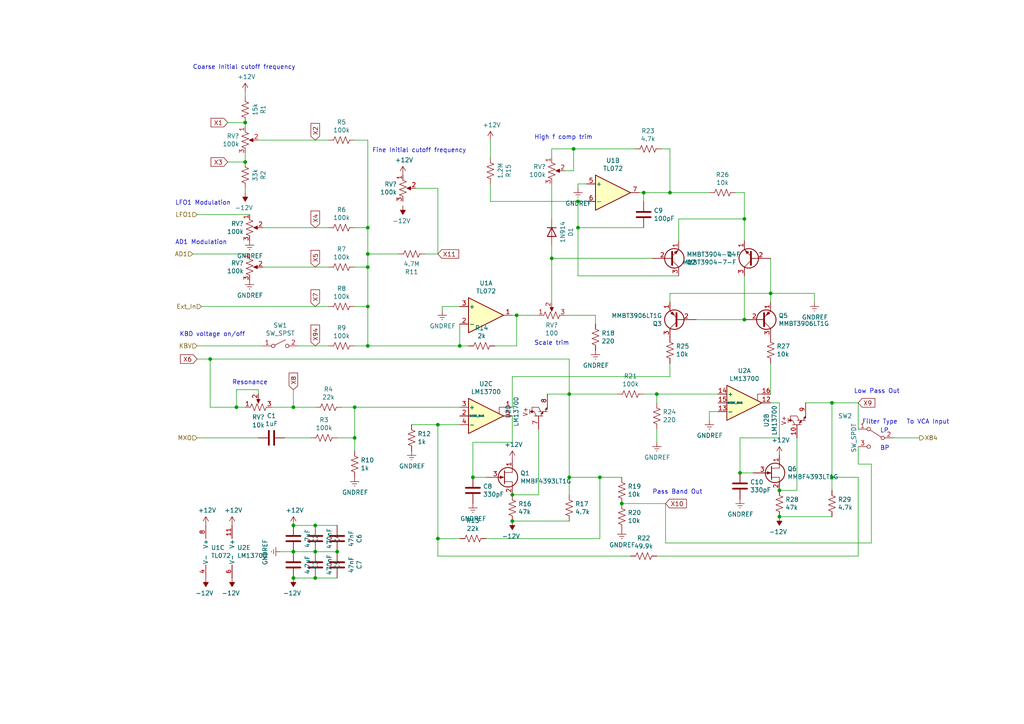
<source format=kicad_sch>
(kicad_sch (version 20230121) (generator eeschema)
  (paper "A4")
  (lib_symbols
    (symbol "Amplifier_Operational:LM13700" (pin_names (offset 0.127))
      (property "Reference" "U" (at 3.81 5.08 0))
      (property "Value" "LM13700" (at 5.08 -5.08 0))
      (symbol "LM13700_1_1"
        (polyline (pts (xy 3.81 -0.635) (xy 3.81 -2.54) (xy 5.08 -2.54)))
        (polyline (pts (xy 5.08 0) (xy -5.08 -5.08) (xy -5.08 5.08) (xy 5.08 0)) (stroke (width 0.254)) (fill (type background)))
        (pin output line (at 7.62 0 180) (length 2.54) (name "~") (number "12"))
        (pin input line (at -7.62 2.54 0) (length 2.54) (name "-") (number "13"))
        (pin input line (at -7.62 -2.54 0) (length 2.54) (name "+") (number "14"))
        (pin input line (at -7.62 0 0) (length 2.54) (name "DIODE_BIAS") (number "15"))
        (pin input line (at 7.62 -2.54 180) (length 2.54) (name "~") (number "16"))
      )
      (symbol "LM13700_2_0"
        (polyline (pts (xy -1.905 2.54) (xy -3.175 2.54)))
      )
      (symbol "LM13700_2_1"
        (circle (center -2.54 1.905) (radius 0.254) (stroke (width 0.254)) (fill (type outline)))
        (polyline (pts (xy -3.81 -0.635) (xy -2.54 -1.27)))
        (polyline (pts (xy -3.81 1.27) (xy -3.81 -1.27)))
        (polyline (pts (xy -2.54 -1.905) (xy -1.27 -2.54)))
        (polyline (pts (xy -2.54 0) (xy -2.54 -2.54)))
        (polyline (pts (xy -3.81 0.635) (xy -2.54 1.27) (xy -2.54 1.905) (xy -2.54 2.54)))
        (polyline (pts (xy -2.54 -1.27) (xy -3.175 -0.635) (xy -3.175 -1.27) (xy -2.54 -1.27)) (fill (type outline)))
        (polyline (pts (xy -2.54 -0.635) (xy -1.27 0) (xy -1.27 1.905) (xy -2.54 1.905)))
        (polyline (pts (xy -1.27 -2.54) (xy -1.905 -1.905) (xy -1.905 -2.54) (xy -1.27 -2.54)) (fill (type outline)))
        (text "V+" (at -2.54 3.81 0) (effects (font (size 1.27 1.27))))
        (pin input line (at -7.62 0 0) (length 3.81) (name "~") (number "10"))
        (pin output line (at 2.54 -2.54 180) (length 3.81) (name "~") (number "9"))
      )
      (symbol "LM13700_3_1"
        (polyline (pts (xy 3.81 -0.635) (xy 3.81 -2.54) (xy 5.08 -2.54)))
        (polyline (pts (xy 5.08 0) (xy -5.08 -5.08) (xy -5.08 5.08) (xy 5.08 0)) (stroke (width 0.254)) (fill (type background)))
        (pin input line (at 7.62 -2.54 180) (length 2.54) (name "~") (number "1"))
        (pin input line (at -7.62 0 0) (length 2.54) (name "DIODE_BIAS") (number "2"))
        (pin input line (at -7.62 -2.54 0) (length 2.54) (name "+") (number "3"))
        (pin input line (at -7.62 2.54 0) (length 2.54) (name "-") (number "4"))
        (pin output line (at 7.62 0 180) (length 2.54) (name "~") (number "5"))
      )
      (symbol "LM13700_4_0"
        (polyline (pts (xy -3.175 2.54) (xy -1.905 2.54)))
        (text "V+" (at -2.54 3.81 0) (effects (font (size 1.27 1.27))))
      )
      (symbol "LM13700_4_1"
        (circle (center -2.54 1.905) (radius 0.254) (stroke (width 0.254)) (fill (type outline)))
        (polyline (pts (xy -3.81 -0.635) (xy -2.54 -1.27)))
        (polyline (pts (xy -3.81 1.27) (xy -3.81 -1.27)))
        (polyline (pts (xy -2.54 -1.905) (xy -1.27 -2.54)))
        (polyline (pts (xy -2.54 0) (xy -2.54 -2.54)))
        (polyline (pts (xy -3.81 0.635) (xy -2.54 1.27) (xy -2.54 2.54)))
        (polyline (pts (xy -2.54 -1.27) (xy -3.175 -0.635) (xy -3.175 -1.27) (xy -2.54 -1.27)) (fill (type outline)))
        (polyline (pts (xy -2.54 -0.635) (xy -1.27 0) (xy -1.27 1.905) (xy -2.54 1.905)))
        (polyline (pts (xy -1.27 -2.54) (xy -1.905 -1.905) (xy -1.905 -2.54) (xy -1.27 -2.54)) (fill (type outline)))
        (pin input line (at -7.62 0 0) (length 3.81) (name "~") (number "7"))
        (pin output line (at 2.54 -2.54 180) (length 3.81) (name "~") (number "8"))
      )
      (symbol "LM13700_5_1"
        (pin power_in line (at -2.54 7.62 270) (length 3.81) (name "V+") (number "11"))
        (pin power_in line (at -2.54 -7.62 90) (length 3.81) (name "V-") (number "6"))
      )
    )
    (symbol "Amplifier_Operational:TL072" (pin_names (offset 0.127))
      (property "Reference" "U" (at 0 5.08 0))
      (property "Value" "TL072" (at 0 -5.08 0))
      (symbol "TL072_1_1"
        (polyline (pts (xy -5.08 5.08) (xy 5.08 0) (xy -5.08 -5.08) (xy -5.08 5.08)) (stroke (width 0.254)) (fill (type background)))
        (pin output line (at 7.62 0 180) (length 2.54) (name "~") (number "1"))
        (pin input line (at -7.62 -2.54 0) (length 2.54) (name "-") (number "2"))
        (pin input line (at -7.62 2.54 0) (length 2.54) (name "+") (number "3"))
      )
      (symbol "TL072_2_1"
        (polyline (pts (xy -5.08 5.08) (xy 5.08 0) (xy -5.08 -5.08) (xy -5.08 5.08)) (stroke (width 0.254)) (fill (type background)))
        (pin input line (at -7.62 2.54 0) (length 2.54) (name "+") (number "5"))
        (pin input line (at -7.62 -2.54 0) (length 2.54) (name "-") (number "6"))
        (pin output line (at 7.62 0 180) (length 2.54) (name "~") (number "7"))
      )
      (symbol "TL072_3_1"
        (pin power_in line (at -2.54 -7.62 90) (length 3.81) (name "V-") (number "4"))
        (pin power_in line (at -2.54 7.62 270) (length 3.81) (name "V+") (number "8"))
      )
    )
    (symbol "Device:C" (pin_numbers hide) (pin_names (offset 0.254))
      (property "Reference" "C" (at 0.635 2.54 0))
      (property "Value" "C" (at 0.635 -2.54 0))
      (symbol "C_0_1"
        (polyline (pts (xy -2.032 -0.762) (xy 2.032 -0.762)) (stroke (width 0.508)))
        (polyline (pts (xy -2.032 0.762) (xy 2.032 0.762)) (stroke (width 0.508)))
      )
      (symbol "C_1_1"
        (pin passive line (at 0 3.81 270) (length 2.794) (name "~") (number "1"))
        (pin passive line (at 0 -3.81 90) (length 2.794) (name "~") (number "2"))
      )
    )
    (symbol "Device:Q_NJFET_DSG" (pin_names (offset 0) hide)
      (property "Reference" "Q" (at 5.08 1.27 0))
      (property "Value" "Q_NJFET_DSG" (at 5.08 -1.27 0))
      (symbol "Q_NJFET_DSG_0_1"
        (polyline (pts (xy 0.254 1.905) (xy 0.254 -1.905) (xy 0.254 -1.905)) (stroke (width 0.254)))
        (polyline (pts (xy 2.54 -2.54) (xy 2.54 -1.27) (xy 0.254 -1.27)))
        (polyline (pts (xy 2.54 2.54) (xy 2.54 1.397) (xy 0.254 1.397)))
        (polyline (pts (xy 0 0) (xy -1.016 0.381) (xy -1.016 -0.381) (xy 0 0)) (fill (type outline)))
        (circle (center 1.27 0) (radius 2.8194) (stroke (width 0.254)))
      )
      (symbol "Q_NJFET_DSG_1_1"
        (pin passive line (at 2.54 5.08 270) (length 2.54) (name "D") (number "1"))
        (pin passive line (at 2.54 -5.08 90) (length 2.54) (name "S") (number "2"))
        (pin input line (at -5.08 0 0) (length 5.334) (name "G") (number "3"))
      )
    )
    (symbol "Device:R_US" (pin_numbers hide) (pin_names (offset 0))
      (property "Reference" "R" (at 2.54 0 90))
      (property "Value" "R_US" (at -2.54 0 90))
      (symbol "R_US_0_1"
        (polyline (pts (xy 0 -2.286) (xy 0 -2.54)))
        (polyline (pts (xy 0 2.286) (xy 0 2.54)))
        (polyline (pts (xy 0 -0.762) (xy 1.016 -1.143) (xy 0 -1.524) (xy -1.016 -1.905) (xy 0 -2.286)))
        (polyline (pts (xy 0 0.762) (xy 1.016 0.381) (xy 0 0) (xy -1.016 -0.381) (xy 0 -0.762)))
        (polyline (pts (xy 0 2.286) (xy 1.016 1.905) (xy 0 1.524) (xy -1.016 1.143) (xy 0 0.762)))
      )
      (symbol "R_US_1_1"
        (pin passive line (at 0 3.81 270) (length 1.27) (name "~") (number "1"))
        (pin passive line (at 0 -3.81 90) (length 1.27) (name "~") (number "2"))
      )
    )
    (symbol "Diode:1N914" (pin_numbers hide) (pin_names hide)
      (property "Reference" "D" (at 0 2.54 0))
      (property "Value" "1N914" (at 0 -2.54 0))
      (symbol "1N914_0_1"
        (polyline (pts (xy -1.27 1.27) (xy -1.27 -1.27)) (stroke (width 0.254)))
        (polyline (pts (xy 1.27 0) (xy -1.27 0)))
        (polyline (pts (xy 1.27 1.27) (xy 1.27 -1.27) (xy -1.27 0) (xy 1.27 1.27)) (stroke (width 0.254)))
      )
      (symbol "1N914_1_1"
        (pin passive line (at -3.81 0 0) (length 2.54) (name "K") (number "1"))
        (pin passive line (at 3.81 0 180) (length 2.54) (name "A") (number "2"))
      )
    )
    (symbol "Switch:SW_SPDT" (pin_names (offset 0) hide)
      (property "Reference" "SW" (at 0 4.318 0))
      (property "Value" "SW_SPDT" (at 0 -5.08 0))
      (symbol "SW_SPDT_0_0"
        (circle (center -2.032 0) (radius 0.508))
        (circle (center 2.032 -2.54) (radius 0.508))
      )
      (symbol "SW_SPDT_0_1"
        (polyline (pts (xy -1.524 0.254) (xy 1.651 2.286)))
        (circle (center 2.032 2.54) (radius 0.508))
      )
      (symbol "SW_SPDT_1_1"
        (pin passive line (at 5.08 2.54 180) (length 2.54) (name "A") (number "1"))
        (pin passive line (at -5.08 0 0) (length 2.54) (name "B") (number "2"))
        (pin passive line (at 5.08 -2.54 180) (length 2.54) (name "C") (number "3"))
      )
    )
    (symbol "Switch:SW_SPST" (pin_names (offset 0) hide)
      (property "Reference" "SW" (at 0 3.175 0))
      (property "Value" "SW_SPST" (at 0 -2.54 0))
      (symbol "SW_SPST_0_0"
        (circle (center -2.032 0) (radius 0.508))
        (polyline (pts (xy -1.524 0.254) (xy 1.524 1.778)))
        (circle (center 2.032 0) (radius 0.508))
      )
      (symbol "SW_SPST_1_1"
        (pin passive line (at -5.08 0 0) (length 2.54) (name "A") (number "1"))
        (pin passive line (at 5.08 0 180) (length 2.54) (name "B") (number "2"))
      )
    )
    (symbol "SynthProj-rescue:R_POT_US-Device" (pin_names (offset 1.016) hide)
      (property "Reference" "RV" (at -4.445 0 90))
      (property "Value" "Device_R_POT_US" (at -2.54 0 90))
      (symbol "R_POT_US-Device_0_1"
        (polyline (pts (xy 0 -2.286) (xy 0 -2.54)))
        (polyline (pts (xy 0 2.54) (xy 0 2.286)))
        (polyline (pts (xy 2.54 0) (xy 1.524 0)))
        (polyline (pts (xy 1.143 0) (xy 2.286 0.508) (xy 2.286 -0.508) (xy 1.143 0)) (fill (type outline)))
        (polyline (pts (xy 0 -0.762) (xy 1.016 -1.143) (xy 0 -1.524) (xy -1.016 -1.905) (xy 0 -2.286)))
        (polyline (pts (xy 0 0.762) (xy 1.016 0.381) (xy 0 0) (xy -1.016 -0.381) (xy 0 -0.762)))
        (polyline (pts (xy 0 2.286) (xy 1.016 1.905) (xy 0 1.524) (xy -1.016 1.143) (xy 0 0.762)))
      )
      (symbol "R_POT_US-Device_1_1"
        (pin passive line (at 0 3.81 270) (length 1.27) (name "1") (number "1"))
        (pin passive line (at 3.81 0 180) (length 1.27) (name "2") (number "2"))
        (pin passive line (at 0 -3.81 90) (length 1.27) (name "3") (number "3"))
      )
    )
    (symbol "Transistor_BJT:2N3904" (pin_names (offset 0) hide)
      (property "Reference" "Q" (at 5.08 1.905 0))
      (property "Value" "2N3904" (at 5.08 0 0))
      (symbol "2N3904_0_1"
        (polyline (pts (xy 0.635 0.635) (xy 2.54 2.54)))
        (polyline (pts (xy 0.635 -0.635) (xy 2.54 -2.54) (xy 2.54 -2.54)))
        (polyline (pts (xy 0.635 1.905) (xy 0.635 -1.905) (xy 0.635 -1.905)) (stroke (width 0.508)))
        (polyline (pts (xy 1.27 -1.778) (xy 1.778 -1.27) (xy 2.286 -2.286) (xy 1.27 -1.778) (xy 1.27 -1.778)) (fill (type outline)))
        (circle (center 1.27 0) (radius 2.8194) (stroke (width 0.254)))
      )
      (symbol "2N3904_1_1"
        (pin passive line (at 2.54 -5.08 90) (length 2.54) (name "E") (number "1"))
        (pin passive line (at -5.08 0 0) (length 5.715) (name "B") (number "2"))
        (pin passive line (at 2.54 5.08 270) (length 2.54) (name "C") (number "3"))
      )
    )
    (symbol "Transistor_BJT:2N3906" (pin_names (offset 0) hide)
      (property "Reference" "Q" (at 5.08 1.905 0))
      (property "Value" "2N3906" (at 5.08 0 0))
      (symbol "2N3906_0_1"
        (polyline (pts (xy 0.635 0.635) (xy 2.54 2.54)))
        (polyline (pts (xy 0.635 -0.635) (xy 2.54 -2.54) (xy 2.54 -2.54)))
        (polyline (pts (xy 0.635 1.905) (xy 0.635 -1.905) (xy 0.635 -1.905)) (stroke (width 0.508)))
        (polyline (pts (xy 2.286 -1.778) (xy 1.778 -2.286) (xy 1.27 -1.27) (xy 2.286 -1.778) (xy 2.286 -1.778)) (fill (type outline)))
        (circle (center 1.27 0) (radius 2.8194) (stroke (width 0.254)))
      )
      (symbol "2N3906_1_1"
        (pin passive line (at 2.54 -5.08 90) (length 2.54) (name "E") (number "1"))
        (pin input line (at -5.08 0 0) (length 5.715) (name "B") (number "2"))
        (pin passive line (at 2.54 5.08 270) (length 2.54) (name "C") (number "3"))
      )
    )
    (symbol "power:+12V" (power) (pin_names (offset 0))
      (property "Value" "+12V" (at 0 3.556 0))
      (symbol "+12V_0_1"
        (polyline (pts (xy -0.762 1.27) (xy 0 2.54)))
        (polyline (pts (xy 0 0) (xy 0 2.54)))
        (polyline (pts (xy 0 2.54) (xy 0.762 1.27)))
      )
      (symbol "+12V_1_1"
        (pin power_in line (at 0 0 90) (length 0) hide (name "+12V") (number "1"))
      )
    )
    (symbol "power:-12V" (power) (pin_names (offset 0))
      (property "Value" "-12V" (at 0 3.81 0))
      (symbol "-12V_0_0"
        (pin power_in line (at 0 0 90) (length 0) hide (name "-12V") (number "1"))
      )
      (symbol "-12V_0_1"
        (polyline (pts (xy 0 0) (xy 0 1.27) (xy 0.762 1.27) (xy 0 2.54) (xy -0.762 1.27) (xy 0 1.27)) (fill (type outline)))
      )
    )
    (symbol "power:GNDREF" (power) (pin_names (offset 0))
      (property "Value" "GNDREF" (at 0 -3.81 0))
      (symbol "GNDREF_0_1"
        (polyline (pts (xy -0.635 -1.905) (xy 0.635 -1.905)))
        (polyline (pts (xy -0.127 -2.54) (xy 0.127 -2.54)))
        (polyline (pts (xy 0 -1.27) (xy 0 0)))
        (polyline (pts (xy 1.27 -1.27) (xy -1.27 -1.27)))
      )
      (symbol "GNDREF_1_1"
        (pin power_in line (at 0 0 270) (length 0) hide (name "GNDREF") (number "1"))
      )
    )
  )
  (junction (at 180.34 146.05))
  (junction (at 102.87 118.11))
  (junction (at 91.44 160.02))
  (junction (at 133.35 100.33))
  (junction (at 241.3 116.84))
  (junction (at 173.99 138.43))
  (junction (at 85.09 152.4))
  (junction (at 165.1 138.43))
  (junction (at 165.1 114.3))
  (junction (at 106.68 88.9))
  (junction (at 160.02 74.93))
  (junction (at 85.09 160.02))
  (junction (at 71.12 35.56))
  (junction (at 60.96 104.14))
  (junction (at 241.3 138.43))
  (junction (at 223.52 85.09))
  (junction (at 102.87 127))
  (junction (at 167.64 58.42))
  (junction (at 166.37 43.18))
  (junction (at 137.16 138.43))
  (junction (at 97.79 160.02))
  (junction (at 85.09 167.64))
  (junction (at 190.5 114.3))
  (junction (at 226.06 149.86))
  (junction (at 215.9 92.71))
  (junction (at 106.68 73.66))
  (junction (at 68.58 118.11))
  (junction (at 214.63 137.16))
  (junction (at 127 123.19))
  (junction (at 106.68 100.33))
  (junction (at 149.86 91.44))
  (junction (at 91.44 167.64))
  (junction (at 148.59 151.13))
  (junction (at 167.64 66.04))
  (junction (at 91.44 152.4))
  (junction (at 106.68 66.04))
  (junction (at 226.06 142.24))
  (junction (at 85.09 118.11))
  (junction (at 127 156.21))
  (junction (at 186.69 55.88))
  (junction (at 106.68 77.47))
  (junction (at 148.59 143.51))
  (junction (at 215.9 63.5))
  (junction (at 71.12 46.99))
  (junction (at 194.31 55.88))
  (wire (pts (xy 223.52 74.93) (xy 223.52 85.09)))
  (wire (pts (xy 193.04 157.48) (xy 252.73 157.48)))
  (wire (pts (xy 127 156.21) (xy 133.35 156.21)))
  (wire (pts (xy 167.64 54.61) (xy 167.64 53.34)))
  (wire (pts (xy 186.69 55.88) (xy 194.31 55.88)))
  (wire (pts (xy 133.35 100.33) (xy 135.89 100.33)))
  (wire (pts (xy 74.93 113.03) (xy 74.93 114.3)))
  (wire (pts (xy 81.28 160.02) (xy 85.09 160.02)))
  (wire (pts (xy 85.09 118.11) (xy 91.44 118.11)))
  (wire (pts (xy 58.42 88.9) (xy 95.25 88.9)))
  (wire (pts (xy 68.58 113.03) (xy 68.58 118.11)))
  (wire (pts (xy 120.65 54.61) (xy 127 54.61)))
  (wire (pts (xy 127 73.66) (xy 123.19 73.66)))
  (wire (pts (xy 165.1 143.51) (xy 165.1 138.43)))
  (wire (pts (xy 236.22 85.09) (xy 236.22 87.63)))
  (wire (pts (xy 106.68 73.66) (xy 106.68 77.47)))
  (wire (pts (xy 102.87 118.11) (xy 102.87 127)))
  (wire (pts (xy 241.3 138.43) (xy 241.3 116.84)))
  (wire (pts (xy 190.5 114.3) (xy 186.69 114.3)))
  (wire (pts (xy 165.1 138.43) (xy 165.1 114.3)))
  (wire (pts (xy 68.58 118.11) (xy 71.12 118.11)))
  (wire (pts (xy 196.85 63.5) (xy 215.9 63.5)))
  (wire (pts (xy 128.27 88.9) (xy 133.35 88.9)))
  (wire (pts (xy 102.87 40.64) (xy 106.68 40.64)))
  (wire (pts (xy 102.87 118.11) (xy 99.06 118.11)))
  (wire (pts (xy 91.44 152.4) (xy 97.79 152.4)))
  (wire (pts (xy 85.09 118.11) (xy 85.09 113.03)))
  (wire (pts (xy 223.52 85.09) (xy 236.22 85.09)))
  (wire (pts (xy 231.14 142.24) (xy 231.14 127)))
  (wire (pts (xy 167.64 66.04) (xy 186.69 66.04)))
  (wire (pts (xy 179.07 114.3) (xy 165.1 114.3)))
  (wire (pts (xy 165.1 104.14) (xy 165.1 114.3)))
  (wire (pts (xy 71.12 46.99) (xy 66.04 46.99)))
  (wire (pts (xy 148.59 151.13) (xy 165.1 151.13)))
  (wire (pts (xy 173.99 138.43) (xy 180.34 138.43)))
  (wire (pts (xy 166.37 43.18) (xy 184.15 43.18)))
  (wire (pts (xy 148.59 118.11) (xy 148.59 109.22)))
  (wire (pts (xy 160.02 74.93) (xy 160.02 87.63)))
  (wire (pts (xy 106.68 88.9) (xy 106.68 100.33)))
  (wire (pts (xy 106.68 100.33) (xy 133.35 100.33)))
  (wire (pts (xy 194.31 87.63) (xy 194.31 85.09)))
  (wire (pts (xy 102.87 88.9) (xy 106.68 88.9)))
  (wire (pts (xy 86.36 100.33) (xy 95.25 100.33)))
  (wire (pts (xy 167.64 53.34) (xy 170.18 53.34)))
  (wire (pts (xy 189.23 74.93) (xy 160.02 74.93)))
  (wire (pts (xy 106.68 88.9) (xy 106.68 77.47)))
  (wire (pts (xy 78.74 118.11) (xy 85.09 118.11)))
  (wire (pts (xy 208.28 114.3) (xy 190.5 114.3)))
  (wire (pts (xy 57.15 100.33) (xy 76.2 100.33)))
  (wire (pts (xy 248.92 134.62) (xy 248.92 129.54)))
  (wire (pts (xy 215.9 63.5) (xy 215.9 69.85)))
  (wire (pts (xy 137.16 138.43) (xy 137.16 128.27)))
  (wire (pts (xy 163.83 49.53) (xy 166.37 49.53)))
  (wire (pts (xy 156.21 143.51) (xy 156.21 124.46)))
  (wire (pts (xy 194.31 85.09) (xy 223.52 85.09)))
  (wire (pts (xy 72.39 62.23) (xy 57.15 62.23)))
  (wire (pts (xy 115.57 73.66) (xy 106.68 73.66)))
  (wire (pts (xy 60.96 104.14) (xy 60.96 118.11)))
  (wire (pts (xy 148.59 128.27) (xy 148.59 120.65)))
  (wire (pts (xy 137.16 128.27) (xy 148.59 128.27)))
  (wire (pts (xy 190.5 124.46) (xy 190.5 128.27)))
  (wire (pts (xy 167.64 58.42) (xy 167.64 66.04)))
  (wire (pts (xy 241.3 116.84) (xy 248.92 116.84)))
  (wire (pts (xy 205.74 119.38) (xy 208.28 119.38)))
  (wire (pts (xy 172.72 91.44) (xy 163.83 91.44)))
  (wire (pts (xy 167.64 58.42) (xy 142.24 58.42)))
  (wire (pts (xy 190.5 116.84) (xy 190.5 114.3)))
  (wire (pts (xy 185.42 55.88) (xy 186.69 55.88)))
  (wire (pts (xy 201.93 92.71) (xy 215.9 92.71)))
  (wire (pts (xy 102.87 100.33) (xy 106.68 100.33)))
  (wire (pts (xy 252.73 134.62) (xy 248.92 134.62)))
  (wire (pts (xy 71.12 36.83) (xy 71.12 35.56)))
  (wire (pts (xy 127 123.19) (xy 119.38 123.19)))
  (wire (pts (xy 74.93 40.64) (xy 95.25 40.64)))
  (wire (pts (xy 194.31 55.88) (xy 205.74 55.88)))
  (wire (pts (xy 248.92 138.43) (xy 241.3 138.43)))
  (wire (pts (xy 194.31 109.22) (xy 194.31 105.41)))
  (wire (pts (xy 57.15 104.14) (xy 60.96 104.14)))
  (wire (pts (xy 193.04 146.05) (xy 193.04 157.48)))
  (wire (pts (xy 160.02 43.18) (xy 166.37 43.18)))
  (wire (pts (xy 106.68 66.04) (xy 102.87 66.04)))
  (wire (pts (xy 196.85 80.01) (xy 167.64 80.01)))
  (wire (pts (xy 91.44 167.64) (xy 97.79 167.64)))
  (wire (pts (xy 215.9 80.01) (xy 215.9 92.71)))
  (wire (pts (xy 85.09 152.4) (xy 91.44 152.4)))
  (wire (pts (xy 133.35 118.11) (xy 102.87 118.11)))
  (wire (pts (xy 97.79 127) (xy 102.87 127)))
  (wire (pts (xy 127 123.19) (xy 127 156.21)))
  (wire (pts (xy 160.02 74.93) (xy 160.02 71.12)))
  (wire (pts (xy 186.69 58.42) (xy 186.69 55.88)))
  (wire (pts (xy 205.74 121.92) (xy 205.74 119.38)))
  (wire (pts (xy 196.85 69.85) (xy 196.85 63.5)))
  (wire (pts (xy 85.09 160.02) (xy 91.44 160.02)))
  (wire (pts (xy 133.35 100.33) (xy 133.35 93.98)))
  (wire (pts (xy 82.55 127) (xy 90.17 127)))
  (wire (pts (xy 106.68 66.04) (xy 106.68 73.66)))
  (wire (pts (xy 71.12 46.99) (xy 71.12 44.45)))
  (wire (pts (xy 127 54.61) (xy 127 73.66)))
  (wire (pts (xy 149.86 100.33) (xy 149.86 91.44)))
  (wire (pts (xy 173.99 156.21) (xy 173.99 138.43)))
  (wire (pts (xy 180.34 146.05) (xy 193.04 146.05)))
  (wire (pts (xy 226.06 127) (xy 214.63 127)))
  (wire (pts (xy 76.2 77.47) (xy 95.25 77.47)))
  (wire (pts (xy 71.12 55.88) (xy 71.12 54.61)))
  (wire (pts (xy 160.02 45.72) (xy 160.02 43.18)))
  (wire (pts (xy 133.35 123.19) (xy 127 123.19)))
  (wire (pts (xy 233.68 116.84) (xy 241.3 116.84)))
  (wire (pts (xy 226.06 149.86) (xy 241.3 149.86)))
  (wire (pts (xy 172.72 91.44) (xy 172.72 93.98)))
  (wire (pts (xy 71.12 35.56) (xy 66.04 35.56)))
  (wire (pts (xy 248.92 161.29) (xy 248.92 138.43)))
  (wire (pts (xy 60.96 104.14) (xy 165.1 104.14)))
  (wire (pts (xy 74.93 127) (xy 57.15 127)))
  (wire (pts (xy 85.09 167.64) (xy 91.44 167.64)))
  (wire (pts (xy 252.73 157.48) (xy 252.73 134.62)))
  (wire (pts (xy 226.06 142.24) (xy 231.14 142.24)))
  (wire (pts (xy 142.24 58.42) (xy 142.24 53.34)))
  (wire (pts (xy 160.02 63.5) (xy 160.02 53.34)))
  (wire (pts (xy 214.63 127) (xy 214.63 137.16)))
  (wire (pts (xy 140.97 156.21) (xy 173.99 156.21)))
  (wire (pts (xy 71.12 26.67) (xy 71.12 27.94)))
  (wire (pts (xy 182.88 161.29) (xy 127 161.29)))
  (wire (pts (xy 165.1 114.3) (xy 158.75 114.3)))
  (wire (pts (xy 215.9 55.88) (xy 213.36 55.88)))
  (wire (pts (xy 173.99 138.43) (xy 165.1 138.43)))
  (wire (pts (xy 241.3 142.24) (xy 241.3 138.43)))
  (wire (pts (xy 248.92 124.46) (xy 248.92 116.84)))
  (wire (pts (xy 76.2 66.04) (xy 95.25 66.04)))
  (wire (pts (xy 149.86 91.44) (xy 148.59 91.44)))
  (wire (pts (xy 142.24 40.64) (xy 142.24 45.72)))
  (wire (pts (xy 127 161.29) (xy 127 156.21)))
  (wire (pts (xy 223.52 105.41) (xy 223.52 114.3)))
  (wire (pts (xy 194.31 43.18) (xy 191.77 43.18)))
  (wire (pts (xy 143.51 100.33) (xy 149.86 100.33)))
  (wire (pts (xy 148.59 143.51) (xy 156.21 143.51)))
  (wire (pts (xy 68.58 118.11) (xy 60.96 118.11)))
  (wire (pts (xy 106.68 40.64) (xy 106.68 66.04)))
  (wire (pts (xy 72.39 73.66) (xy 55.88 73.66)))
  (wire (pts (xy 148.59 109.22) (xy 194.31 109.22)))
  (wire (pts (xy 226.06 116.84) (xy 226.06 127)))
  (wire (pts (xy 223.52 116.84) (xy 226.06 116.84)))
  (wire (pts (xy 91.44 160.02) (xy 97.79 160.02)))
  (wire (pts (xy 140.97 138.43) (xy 137.16 138.43)))
  (wire (pts (xy 74.93 113.03) (xy 68.58 113.03)))
  (wire (pts (xy 156.21 91.44) (xy 149.86 91.44)))
  (wire (pts (xy 166.37 49.53) (xy 166.37 43.18)))
  (wire (pts (xy 128.27 90.17) (xy 128.27 88.9)))
  (wire (pts (xy 106.68 77.47) (xy 102.87 77.47)))
  (wire (pts (xy 190.5 161.29) (xy 248.92 161.29)))
  (wire (pts (xy 259.08 127) (xy 266.7 127)))
  (wire (pts (xy 223.52 85.09) (xy 223.52 87.63)))
  (wire (pts (xy 167.64 80.01) (xy 167.64 66.04)))
  (wire (pts (xy 215.9 63.5) (xy 215.9 55.88)))
  (wire (pts (xy 102.87 127) (xy 102.87 130.81)))
  (wire (pts (xy 170.18 58.42) (xy 167.64 58.42)))
  (wire (pts (xy 214.63 137.16) (xy 218.44 137.16)))
  (wire (pts (xy 194.31 55.88) (xy 194.31 43.18)))
  (text "KBD voltage on/off" (at 52.07 97.79 0) (effects (font (size 1.27 1.27)) (justify left bottom)))
  (text "AD1 Modulation" (at 50.8 71.12 0) (effects (font (size 1.27 1.27)) (justify left bottom)))
  (text "LP" (at 255.27 125.73 0) (effects (font (size 1.27 1.27)) (justify left bottom)))
  (text "BP" (at 255.27 130.81 0) (effects (font (size 1.27 1.27)) (justify left bottom)))
  (text "Resonance" (at 67.31 111.76 0) (effects (font (size 1.27 1.27)) (justify left bottom)))
  (text "Low Pass Out" (at 247.65 114.3 0) (effects (font (size 1.27 1.27)) (justify left bottom)))
  (text "Fine Initial cutoff frequency" (at 107.95 44.45 0) (effects (font (size 1.27 1.27)) (justify left bottom)))
  (text "LFO1 Modulation" (at 50.8 59.69 0) (effects (font (size 1.27 1.27)) (justify left bottom)))
  (text "Coarse Initial cutoff frequency" (at 55.88 20.32 0) (effects (font (size 1.27 1.27)) (justify left bottom)))
  (text "Scale trim" (at 154.94 100.33 0) (effects (font (size 1.27 1.27)) (justify left bottom)))
  (text "To VCA Input" (at 262.89 123.19 0) (effects (font (size 1.27 1.27)) (justify left bottom)))
  (text "Filter Type" (at 260.35 123.19 0) (effects (font (size 1.27 1.27)) (justify right bottom)))
  (text "High f comp trim" (at 154.94 40.64 0) (effects (font (size 1.27 1.27)) (justify left bottom)))
  (text "Pass Band Out" (at 189.23 143.51 0) (effects (font (size 1.27 1.27)) (justify left bottom)))
  (global_label "X2" (shape input) (at 91.44 40.64 90) (property "Intersheetrefs" "${INTERSHEET_REFS}" (effects hide)))
  (global_label "X10" (shape input) (at 193.04 146.05 0) (property "Intersheetrefs" "${INTERSHEET_REFS}" (effects hide)))
  (global_label "X1" (shape input) (at 66.04 35.56 180) (property "Intersheetrefs" "${INTERSHEET_REFS}" (effects hide)))
  (global_label "X94" (shape input) (at 91.44 100.33 90) (property "Intersheetrefs" "${INTERSHEET_REFS}" (effects hide)))
  (global_label "X7" (shape input) (at 91.44 88.9 90) (property "Intersheetrefs" "${INTERSHEET_REFS}" (effects hide)))
  (global_label "X6" (shape input) (at 57.15 104.14 180) (property "Intersheetrefs" "${INTERSHEET_REFS}" (effects hide)))
  (global_label "X11" (shape input) (at 127 73.66 0) (property "Intersheetrefs" "${INTERSHEET_REFS}" (effects hide)))
  (global_label "X3" (shape input) (at 66.04 46.99 180) (property "Intersheetrefs" "${INTERSHEET_REFS}" (effects hide)))
  (global_label "X4" (shape input) (at 91.44 66.04 90) (property "Intersheetrefs" "${INTERSHEET_REFS}" (effects hide)))
  (global_label "X9" (shape input) (at 248.92 116.84 0) (property "Intersheetrefs" "${INTERSHEET_REFS}" (effects hide)))
  (global_label "X8" (shape input) (at 85.09 113.03 90) (property "Intersheetrefs" "${INTERSHEET_REFS}" (effects hide)))
  (global_label "X5" (shape input) (at 91.44 77.47 90) (property "Intersheetrefs" "${INTERSHEET_REFS}" (effects hide)))
  (hierarchical_label "AD1" (shape input) (at 55.88 73.66 180))
  (hierarchical_label "Ext_In" (shape input) (at 58.42 88.9 180))
  (hierarchical_label "MXO" (shape input) (at 57.15 127 180))
  (hierarchical_label "KBV" (shape input) (at 57.15 100.33 180))
  (hierarchical_label "LFO1" (shape input) (at 57.15 62.23 180))
  (hierarchical_label "X84" (shape output) (at 266.7 127 0))
  (symbol (lib_id "Amplifier_Operational:TL072") (at 140.97 91.44 0) (unit 1)
    (property "Reference" "U1" (at 140.97 82.1182 0))
    (property "Value" "TL072" (at 140.97 84.4296 0))
    (property "Footprint" "Package_SO:SOP-8_3.9x4.9mm_P1.27mm" (effects hide))
    (property "Datasheet" "http://www.ti.com/lit/ds/symlink/tl071.pdf" (effects hide))
  )
  (symbol (lib_id "Amplifier_Operational:TL072") (at 177.8 55.88 0) (unit 2)
    (property "Reference" "U1" (at 177.8 46.5582 0))
    (property "Value" "TL072" (at 177.8 48.8696 0))
    (property "Footprint" "Package_SO:SOP-8_3.9x4.9mm_P1.27mm" (effects hide))
    (property "Datasheet" "http://www.ti.com/lit/ds/symlink/tl071.pdf" (effects hide))
  )
  (symbol (lib_id "Amplifier_Operational:TL072") (at 62.23 160.02 0) (unit 3)
    (property "Reference" "U1" (at 61.1632 158.8516 0) (effects (justify left)))
    (property "Value" "TL072" (at 61.1632 161.163 0) (effects (justify left)))
    (property "Footprint" "Package_SO:SOP-8_3.9x4.9mm_P1.27mm" (effects hide))
    (property "Datasheet" "http://www.ti.com/lit/ds/symlink/tl071.pdf" (effects hide))
  )
  (symbol (lib_id "Transistor_BJT:2N3904") (at 194.31 74.93 0) (mirror x) (unit 1)
    (property "Reference" "Q2" (at 199.136 76.0984 0) (effects (justify left)))
    (property "Value" "MMBT3904-7-F" (at 199.136 73.787 0) (effects (justify left)))
    (property "Footprint" "Package_TO_SOT_SMD:SOT-23-3" (effects hide))
    (property "Datasheet" "https://www.onsemi.com/pub/Collateral/2N3903-D.PDF" (effects hide))
  )
  (symbol (lib_id "Transistor_BJT:2N3906") (at 196.85 92.71 180) (unit 1)
    (property "Reference" "Q3" (at 192.024 93.8784 0) (effects (justify left)))
    (property "Value" "MMBT3906LT1G" (at 192.024 91.567 0) (effects (justify left)))
    (property "Footprint" "Package_TO_SOT_SMD:SOT-23-3" (effects hide))
    (property "Datasheet" "https://www.onsemi.com/pub/Collateral/2N3906-D.PDF" (effects hide))
  )
  (symbol (lib_id "Amplifier_Operational:LM13700") (at 215.9 116.84 0) (mirror x) (unit 1)
    (property "Reference" "U2" (at 215.9 107.5182 0))
    (property "Value" "LM13700" (at 215.9 109.8296 0))
    (property "Footprint" "Package_SO:SO-16_5.3x10.2mm_P1.27mm" (effects hide))
    (property "Datasheet" "http://www.ti.com/lit/ds/symlink/lm13700.pdf" (effects hide))
  )
  (symbol (lib_id "Amplifier_Operational:LM13700") (at 231.14 119.38 90) (unit 2)
    (property "Reference" "U2" (at 222.3008 121.92 0))
    (property "Value" "LM13700" (at 224.6122 121.92 0))
    (property "Footprint" "Package_SO:SO-16_5.3x10.2mm_P1.27mm" (effects hide))
    (property "Datasheet" "http://www.ti.com/lit/ds/symlink/lm13700.pdf" (effects hide))
  )
  (symbol (lib_id "Amplifier_Operational:LM13700") (at 140.97 120.65 0) (mirror x) (unit 3)
    (property "Reference" "U2" (at 140.97 111.3282 0))
    (property "Value" "LM13700" (at 140.97 113.6396 0))
    (property "Footprint" "Package_SO:SO-16_5.3x10.2mm_P1.27mm" (effects hide))
    (property "Datasheet" "http://www.ti.com/lit/ds/symlink/lm13700.pdf" (effects hide))
  )
  (symbol (lib_id "Amplifier_Operational:LM13700") (at 156.21 116.84 90) (unit 4)
    (property "Reference" "U2" (at 147.3708 119.38 0))
    (property "Value" "LM13700" (at 149.6822 119.38 0))
    (property "Footprint" "Package_SO:SO-16_5.3x10.2mm_P1.27mm" (effects hide))
    (property "Datasheet" "http://www.ti.com/lit/ds/symlink/lm13700.pdf" (effects hide))
  )
  (symbol (lib_id "Amplifier_Operational:LM13700") (at 69.85 160.02 0) (unit 5)
    (property "Reference" "U2" (at 68.7832 158.8516 0) (effects (justify left)))
    (property "Value" "LM13700" (at 68.7832 161.163 0) (effects (justify left)))
    (property "Footprint" "Package_SO:SO-16_5.3x10.2mm_P1.27mm" (effects hide))
    (property "Datasheet" "http://www.ti.com/lit/ds/symlink/lm13700.pdf" (effects hide))
  )
  (symbol (lib_id "Device:R_US") (at 142.24 49.53 180) (unit 1)
    (property "Reference" "R15" (at 147.447 49.53 90))
    (property "Value" "1.2M" (at 145.1356 49.53 90))
    (property "Footprint" "Resistor_SMD:R_0603_1608Metric" (effects hide))
  )
  (symbol (lib_id "Diode:1N914") (at 160.02 67.31 270) (unit 1)
    (property "Reference" "D1" (at 165.5318 67.31 0))
    (property "Value" "1N914" (at 163.2204 67.31 0))
    (property "Footprint" "Diode_SMD:D_SOD-323F" (effects hide))
    (property "Datasheet" "http://www.vishay.com/docs/85622/1n914.pdf" (effects hide))
  )
  (symbol (lib_id "power:+12V") (at 142.24 40.64 0) (unit 1)
    (property "Reference" "#PWR056" (effects hide))
    (property "Value" "+12V" (at 142.621 36.2458 0))
  )
  (symbol (lib_id "Transistor_BJT:2N3904") (at 218.44 74.93 180) (unit 1)
    (property "Reference" "Q4" (at 213.5886 73.7616 0) (effects (justify left)))
    (property "Value" "MMBT3904-7-F" (at 213.5886 76.073 0) (effects (justify left)))
    (property "Footprint" "Package_TO_SOT_SMD:SOT-23-3" (effects hide))
    (property "Datasheet" "https://www.onsemi.com/pub/Collateral/2N3903-D.PDF" (effects hide))
  )
  (symbol (lib_id "Transistor_BJT:2N3906") (at 220.98 92.71 0) (mirror x) (unit 1)
    (property "Reference" "Q5" (at 225.806 91.5416 0) (effects (justify left)))
    (property "Value" "MMBT3906LT1G" (at 225.806 93.853 0) (effects (justify left)))
    (property "Footprint" "Package_TO_SOT_SMD:SOT-23-3" (effects hide))
    (property "Datasheet" "https://www.onsemi.com/pub/Collateral/2N3906-D.PDF" (effects hide))
  )
  (symbol (lib_id "Device:R_US") (at 223.52 101.6 0) (unit 1)
    (property "Reference" "R27" (at 225.2472 100.4316 0) (effects (justify left)))
    (property "Value" "10k" (at 225.2472 102.743 0) (effects (justify left)))
    (property "Footprint" "Resistor_SMD:R_0603_1608Metric" (effects hide))
  )
  (symbol (lib_id "Device:R_US") (at 194.31 101.6 0) (unit 1)
    (property "Reference" "R25" (at 196.0372 100.4316 0) (effects (justify left)))
    (property "Value" "10k" (at 196.0372 102.743 0) (effects (justify left)))
    (property "Footprint" "Resistor_SMD:R_0603_1608Metric" (effects hide))
  )
  (symbol (lib_id "Device:R_US") (at 209.55 55.88 270) (unit 1)
    (property "Reference" "R26" (at 209.55 50.673 90))
    (property "Value" "10k" (at 209.55 52.9844 90))
    (property "Footprint" "Resistor_SMD:R_0603_1608Metric" (effects hide))
  )
  (symbol (lib_id "Device:R_US") (at 187.96 43.18 270) (unit 1)
    (property "Reference" "R23" (at 187.96 37.973 90))
    (property "Value" "4.7k" (at 187.96 40.2844 90))
    (property "Footprint" "Resistor_SMD:R_0603_1608Metric" (effects hide))
  )
  (symbol (lib_id "power:-12V") (at 148.59 151.13 180) (unit 1)
    (property "Reference" "#PWR058" (effects hide))
    (property "Value" "-12V" (at 148.209 155.5242 0))
  )
  (symbol (lib_id "power:-12V") (at 226.06 149.86 180) (unit 1)
    (property "Reference" "#PWR066" (effects hide))
    (property "Value" "-12V" (at 225.679 154.2542 0))
  )
  (symbol (lib_id "SynthProj-rescue:R_POT_US-Device") (at 116.84 54.61 0) (unit 1)
    (property "Reference" "RV?" (at 115.1382 53.4416 0) (effects (justify right)))
    (property "Value" "100k" (at 115.1382 55.753 0) (effects (justify right)))
    (property "Footprint" "Potentiometer_THT:Potentiometer_Alps_RK09K_Single_Vertical" (effects hide))
    (instances (project "SynthProj" (path "" (reference "RV?") (unit 1)) (path "" (reference "RV5") (unit 1))))
  )
  (symbol (lib_id "SynthProj-rescue:R_POT_US-Device") (at 160.02 49.53 0) (unit 1)
    (property "Reference" "RV?" (at 158.3182 48.3616 0) (effects (justify right)))
    (property "Value" "100k" (at 158.3182 50.673 0) (effects (justify right)))
    (property "Footprint" "Potentiometer_SMD:Potentiometer_Bourns_TC33X_Vertical" (effects hide))
    (instances (project "SynthProj" (path "" (reference "RV?") (unit 1)) (path "" (reference "RV6") (unit 1))))
  )
  (symbol (lib_id "power:+12V") (at 116.84 50.8 0) (unit 1)
    (property "Reference" "#PWR051" (effects hide))
    (property "Value" "+12V" (at 117.221 46.4058 0))
  )
  (symbol (lib_id "power:-12V") (at 116.84 59.69 180) (unit 1)
    (property "Reference" "#PWR052" (effects hide))
    (property "Value" "-12V" (at 116.459 64.0842 0))
  )
  (symbol (lib_id "Device:C") (at 186.69 62.23 0) (unit 1)
    (property "Reference" "C9" (at 189.611 61.0616 0) (effects (justify left)))
    (property "Value" "100pF" (at 189.611 63.373 0) (effects (justify left)))
    (property "Footprint" "Capacitor_SMD:C_0603_1608Metric" (effects hide))
  )
  (symbol (lib_id "Device:R_US") (at 119.38 73.66 90) (unit 1)
    (property "Reference" "R11" (at 119.38 78.867 90))
    (property "Value" "4.7M" (at 119.38 76.5556 90))
    (property "Footprint" "Resistor_SMD:R_0603_1608Metric" (effects hide))
  )
  (symbol (lib_id "power:GNDREF") (at 236.22 87.63 0) (unit 1)
    (property "Reference" "#PWR067" (effects hide))
    (property "Value" "GNDREF" (at 236.347 92.0242 0))
  )
  (symbol (lib_id "Device:R_US") (at 99.06 88.9 270) (unit 1)
    (property "Reference" "R8" (at 99.06 83.693 90))
    (property "Value" "100k" (at 99.06 86.0044 90))
    (property "Footprint" "Resistor_SMD:R_0603_1608Metric" (effects hide))
  )
  (symbol (lib_id "Device:R_US") (at 99.06 77.47 270) (unit 1)
    (property "Reference" "R7" (at 99.06 72.263 90))
    (property "Value" "100k" (at 99.06 74.5744 90))
    (property "Footprint" "Resistor_SMD:R_0603_1608Metric" (effects hide))
  )
  (symbol (lib_id "Device:R_US") (at 99.06 66.04 270) (unit 1)
    (property "Reference" "R6" (at 99.06 60.833 90))
    (property "Value" "100k" (at 99.06 63.1444 90))
    (property "Footprint" "Resistor_SMD:R_0603_1608Metric" (effects hide))
  )
  (symbol (lib_id "Device:R_US") (at 99.06 40.64 270) (unit 1)
    (property "Reference" "R5" (at 99.06 35.433 90))
    (property "Value" "100k" (at 99.06 37.7444 90))
    (property "Footprint" "Resistor_SMD:R_0603_1608Metric" (effects hide))
  )
  (symbol (lib_id "Switch:SW_SPST") (at 81.28 100.33 0) (unit 1)
    (property "Reference" "SW1" (at 81.28 94.361 0))
    (property "Value" "SW_SPST" (at 81.28 96.6724 0))
    (property "Footprint" "SynthProjConnectors:MTS-103-A01-T0" (effects hide))
  )
  (symbol (lib_id "Device:R_US") (at 182.88 114.3 270) (unit 1)
    (property "Reference" "R21" (at 182.88 109.093 90))
    (property "Value" "100k" (at 182.88 111.4044 90))
    (property "Footprint" "Resistor_SMD:R_0603_1608Metric" (effects hide))
  )
  (symbol (lib_id "Device:R_US") (at 190.5 120.65 180) (unit 1)
    (property "Reference" "R24" (at 192.2272 119.4816 0) (effects (justify right)))
    (property "Value" "220" (at 192.2272 121.793 0) (effects (justify right)))
    (property "Footprint" "Resistor_SMD:R_0603_1608Metric" (effects hide))
  )
  (symbol (lib_id "power:GNDREF") (at 190.5 128.27 0) (unit 1)
    (property "Reference" "#PWR062" (effects hide))
    (property "Value" "GNDREF" (at 190.627 132.6642 0))
  )
  (symbol (lib_id "power:GNDREF") (at 205.74 121.92 0) (unit 1)
    (property "Reference" "#PWR063" (effects hide))
    (property "Value" "GNDREF" (at 205.867 126.3142 0))
  )
  (symbol (lib_id "Device:C") (at 214.63 140.97 0) (unit 1)
    (property "Reference" "C10" (at 217.551 139.8016 0) (effects (justify left)))
    (property "Value" "330pF" (at 217.551 142.113 0) (effects (justify left)))
    (property "Footprint" "Capacitor_SMD:C_0603_1608Metric" (effects hide))
  )
  (symbol (lib_id "power:GNDREF") (at 214.63 144.78 0) (unit 1)
    (property "Reference" "#PWR064" (effects hide))
    (property "Value" "GNDREF" (at 214.757 149.1742 0))
  )
  (symbol (lib_id "Device:R_US") (at 226.06 146.05 180) (unit 1)
    (property "Reference" "R28" (at 227.7872 144.8816 0) (effects (justify right)))
    (property "Value" "47k" (at 227.7872 147.193 0) (effects (justify right)))
    (property "Footprint" "Resistor_SMD:R_0603_1608Metric" (effects hide))
  )
  (symbol (lib_id "Device:R_US") (at 241.3 146.05 180) (unit 1)
    (property "Reference" "R29" (at 243.0272 144.8816 0) (effects (justify right)))
    (property "Value" "4.7k" (at 243.0272 147.193 0) (effects (justify right)))
    (property "Footprint" "Resistor_SMD:R_0603_1608Metric" (effects hide))
  )
  (symbol (lib_id "Device:Q_NJFET_DSG") (at 146.05 138.43 0) (unit 1)
    (property "Reference" "Q1" (at 150.9014 137.2616 0) (effects (justify left)))
    (property "Value" "MMBF4393LT1G" (at 150.9014 139.573 0) (effects (justify left)))
    (property "Footprint" "Package_TO_SOT_SMD:SOT-23-3" (effects hide))
    (property "OGValue" "MPF102" (effects hide))
  )
  (symbol (lib_id "Device:R_US") (at 148.59 147.32 180) (unit 1)
    (property "Reference" "R16" (at 150.3172 146.1516 0) (effects (justify right)))
    (property "Value" "47k" (at 150.3172 148.463 0) (effects (justify right)))
    (property "Footprint" "Resistor_SMD:R_0603_1608Metric" (effects hide))
  )
  (symbol (lib_id "Device:R_US") (at 165.1 147.32 180) (unit 1)
    (property "Reference" "R17" (at 166.8272 146.1516 0) (effects (justify right)))
    (property "Value" "4.7k" (at 166.8272 148.463 0) (effects (justify right)))
    (property "Footprint" "Resistor_SMD:R_0603_1608Metric" (effects hide))
  )
  (symbol (lib_id "SynthProj-rescue:R_POT_US-Device") (at 72.39 77.47 0) (unit 1)
    (property "Reference" "RV?" (at 70.6882 76.3016 0) (effects (justify right)))
    (property "Value" "100k" (at 70.6882 78.613 0) (effects (justify right)))
    (property "Footprint" "Potentiometer_THT:Potentiometer_Alps_RK09K_Single_Vertical" (effects hide))
    (instances (project "SynthProj" (path "" (reference "RV?") (unit 1)) (path "" (reference "RV3") (unit 1))))
  )
  (symbol (lib_id "Device:R_US") (at 119.38 127 0) (unit 1)
    (property "Reference" "R12" (at 121.1072 125.8316 0) (effects (justify left)))
    (property "Value" "1k" (at 121.1072 128.143 0) (effects (justify left)))
    (property "Footprint" "Resistor_SMD:R_0603_1608Metric" (effects hide))
  )
  (symbol (lib_id "power:GNDREF") (at 119.38 130.81 0) (unit 1)
    (property "Reference" "#PWR053" (effects hide))
    (property "Value" "GNDREF" (at 119.507 135.2042 0))
  )
  (symbol (lib_id "Device:C") (at 137.16 142.24 0) (unit 1)
    (property "Reference" "C8" (at 140.081 141.0716 0) (effects (justify left)))
    (property "Value" "330pF" (at 140.081 143.383 0) (effects (justify left)))
    (property "Footprint" "Capacitor_SMD:C_0603_1608Metric" (effects hide))
  )
  (symbol (lib_id "power:GNDREF") (at 72.39 81.28 0) (unit 1)
    (property "Reference" "#PWR046" (effects hide))
    (property "Value" "GNDREF" (at 72.517 85.6742 0))
  )
  (symbol (lib_id "power:GNDREF") (at 137.16 146.05 0) (unit 1)
    (property "Reference" "#PWR055" (effects hide))
    (property "Value" "GNDREF" (at 137.287 150.4442 0))
  )
  (symbol (lib_id "SynthProj-rescue:R_POT_US-Device") (at 72.39 66.04 0) (unit 1)
    (property "Reference" "RV?" (at 70.6882 64.8716 0) (effects (justify right)))
    (property "Value" "100k" (at 70.6882 67.183 0) (effects (justify right)))
    (property "Footprint" "Potentiometer_THT:Potentiometer_Alps_RK09K_Single_Vertical" (effects hide))
    (instances (project "SynthProj" (path "" (reference "RV?") (unit 1)) (path "" (reference "RV2") (unit 1))))
  )
  (symbol (lib_id "Device:R_US") (at 137.16 156.21 90) (unit 1)
    (property "Reference" "R13" (at 137.16 151.003 90))
    (property "Value" "22k" (at 137.16 153.3144 90))
    (property "Footprint" "Resistor_SMD:R_0603_1608Metric" (effects hide))
  )
  (symbol (lib_id "power:GNDREF") (at 72.39 69.85 0) (unit 1)
    (property "Reference" "#PWR045" (effects hide))
    (property "Value" "GNDREF" (at 72.517 74.2442 0))
  )
  (symbol (lib_id "Device:R_US") (at 186.69 161.29 90) (unit 1)
    (property "Reference" "R22" (at 186.69 156.083 90))
    (property "Value" "49.9k" (at 186.69 158.3944 90))
    (property "Footprint" "Resistor_SMD:R_0603_1608Metric" (effects hide))
  )
  (symbol (lib_id "Device:R_US") (at 180.34 142.24 0) (unit 1)
    (property "Reference" "R19" (at 182.0672 141.0716 0) (effects (justify left)))
    (property "Value" "10k" (at 182.0672 143.383 0) (effects (justify left)))
    (property "Footprint" "Resistor_SMD:R_0603_1608Metric" (effects hide))
  )
  (symbol (lib_id "Device:R_US") (at 180.34 149.86 0) (unit 1)
    (property "Reference" "R20" (at 182.0672 148.6916 0) (effects (justify left)))
    (property "Value" "10k" (at 182.0672 151.003 0) (effects (justify left)))
    (property "Footprint" "Resistor_SMD:R_0603_1608Metric" (effects hide))
  )
  (symbol (lib_id "power:GNDREF") (at 180.34 153.67 0) (unit 1)
    (property "Reference" "#PWR061" (effects hide))
    (property "Value" "GNDREF" (at 180.467 158.0642 0))
  )
  (symbol (lib_id "Device:R_US") (at 102.87 134.62 0) (unit 1)
    (property "Reference" "R10" (at 104.5972 133.4516 0) (effects (justify left)))
    (property "Value" "1k" (at 104.5972 135.763 0) (effects (justify left)))
    (property "Footprint" "Resistor_SMD:R_0603_1608Metric" (effects hide))
  )
  (symbol (lib_id "power:GNDREF") (at 102.87 138.43 0) (unit 1)
    (property "Reference" "#PWR050" (effects hide))
    (property "Value" "GNDREF" (at 102.997 142.8242 0))
  )
  (symbol (lib_id "Device:R_US") (at 93.98 127 270) (unit 1)
    (property "Reference" "R3" (at 93.98 121.793 90))
    (property "Value" "100k" (at 93.98 124.1044 90))
    (property "Footprint" "Resistor_SMD:R_0603_1608Metric" (effects hide))
  )
  (symbol (lib_id "Device:C") (at 78.74 127 270) (unit 1)
    (property "Reference" "C1" (at 78.74 120.5992 90))
    (property "Value" "1uF" (at 78.74 122.9106 90))
    (property "Footprint" "Capacitor_SMD:C_0805_2012Metric" (effects hide))
  )
  (symbol (lib_id "SynthProj-rescue:R_POT_US-Device") (at 71.12 40.64 0) (unit 1)
    (property "Reference" "RV?" (at 69.4182 39.4716 0) (effects (justify right)))
    (property "Value" "100k" (at 69.4182 41.783 0) (effects (justify right)))
    (property "Footprint" "Potentiometer_THT:Potentiometer_Alps_RK09K_Single_Vertical" (effects hide))
    (instances (project "SynthProj" (path "" (reference "RV?") (unit 1)) (path "" (reference "RV1") (unit 1))))
  )
  (symbol (lib_id "Device:R_US") (at 95.25 118.11 270) (unit 1)
    (property "Reference" "R4" (at 95.25 112.903 90))
    (property "Value" "22k" (at 95.25 115.2144 90))
    (property "Footprint" "Resistor_SMD:R_0603_1608Metric" (effects hide))
  )
  (symbol (lib_id "SynthProj-rescue:R_POT_US-Device") (at 74.93 118.11 90) (unit 1)
    (property "Reference" "RV?" (at 74.93 120.9802 90))
    (property "Value" "10k" (at 74.93 123.2916 90))
    (property "Footprint" "Potentiometer_THT:Potentiometer_Alps_RK09K_Single_Vertical" (effects hide))
    (instances (project "SynthProj" (path "" (reference "RV?") (unit 1)) (path "" (reference "RV4") (unit 1))))
  )
  (symbol (lib_id "SynthProj-rescue:R_POT_US-Device") (at 160.02 91.44 90) (unit 1)
    (property "Reference" "RV?" (at 160.02 94.3102 90))
    (property "Value" "100" (at 160.02 96.6216 90))
    (property "Footprint" "Potentiometer_SMD:Potentiometer_Bourns_TC33X_Vertical" (effects hide))
    (instances (project "SynthProj" (path "" (reference "RV?") (unit 1)) (path "" (reference "RV7") (unit 1))))
  )
  (symbol (lib_id "Device:R_US") (at 172.72 97.79 0) (unit 1)
    (property "Reference" "R18" (at 174.4472 96.6216 0) (effects (justify left)))
    (property "Value" "220" (at 174.4472 98.933 0) (effects (justify left)))
    (property "Footprint" "Resistor_SMD:R_0603_1608Metric" (effects hide))
  )
  (symbol (lib_id "Device:R_US") (at 71.12 31.75 180) (unit 1)
    (property "Reference" "R1" (at 76.327 31.75 90))
    (property "Value" "15k" (at 74.0156 31.75 90))
    (property "Footprint" "Resistor_SMD:R_0603_1608Metric" (effects hide))
  )
  (symbol (lib_id "power:+12V") (at 71.12 26.67 0) (unit 1)
    (property "Reference" "#PWR043" (effects hide))
    (property "Value" "+12V" (at 71.501 22.2758 0))
  )
  (symbol (lib_id "power:GNDREF") (at 172.72 101.6 0) (unit 1)
    (property "Reference" "#PWR060" (effects hide))
    (property "Value" "GNDREF" (at 172.847 105.9942 0))
  )
  (symbol (lib_id "power:GNDREF") (at 167.64 54.61 0) (unit 1)
    (property "Reference" "#PWR059" (effects hide))
    (property "Value" "GNDREF" (at 167.767 59.0042 0))
  )
  (symbol (lib_id "power:GNDREF") (at 128.27 90.17 0) (unit 1)
    (property "Reference" "#PWR054" (effects hide))
    (property "Value" "GNDREF" (at 128.397 94.5642 0))
  )
  (symbol (lib_id "Device:R_US") (at 71.12 50.8 180) (unit 1)
    (property "Reference" "R2" (at 76.327 50.8 90))
    (property "Value" "33k" (at 74.0156 50.8 90))
    (property "Footprint" "Resistor_SMD:R_0603_1608Metric" (effects hide))
  )
  (symbol (lib_id "Device:R_US") (at 99.06 100.33 270) (unit 1)
    (property "Reference" "R9" (at 99.06 95.123 90))
    (property "Value" "100k" (at 99.06 97.4344 90))
    (property "Footprint" "Resistor_SMD:R_0603_1608Metric" (effects hide))
  )
  (symbol (lib_id "power:-12V") (at 71.12 55.88 180) (unit 1)
    (property "Reference" "#PWR044" (effects hide))
    (property "Value" "-12V" (at 70.739 60.2742 0))
  )
  (symbol (lib_id "Device:R_US") (at 139.7 100.33 270) (unit 1)
    (property "Reference" "R14" (at 139.7 95.123 90))
    (property "Value" "2k" (at 139.7 97.4344 90))
    (property "Footprint" "Resistor_SMD:R_0603_1608Metric" (effects hide))
  )
  (symbol (lib_id "power:+12V") (at 226.06 132.08 0) (unit 1)
    (property "Reference" "#PWR065" (effects hide))
    (property "Value" "+12V" (at 226.441 127.6858 0))
  )
  (symbol (lib_id "power:+12V") (at 148.59 133.35 0) (unit 1)
    (property "Reference" "#PWR057" (effects hide))
    (property "Value" "+12V" (at 148.971 128.9558 0))
  )
  (symbol (lib_id "Switch:SW_SPDT") (at 254 127 0) (mirror y) (unit 1)
    (property "Reference" "SW2" (at 245.11 120.65 0))
    (property "Value" "SW_SPDT" (at 247.65 127 90))
    (property "Footprint" "SynthProjConnectors:MTS-103-A01-T0" (effects hide))
  )
  (symbol (lib_id "power:+12V") (at 59.69 152.4 0) (unit 1)
    (property "Reference" "#PWR039" (effects hide))
    (property "Value" "+12V" (at 60.071 148.0058 0))
  )
  (symbol (lib_id "power:+12V") (at 67.31 152.4 0) (unit 1)
    (property "Reference" "#PWR041" (effects hide))
    (property "Value" "+12V" (at 67.691 148.0058 0))
  )
  (symbol (lib_id "power:-12V") (at 67.31 167.64 180) (unit 1)
    (property "Reference" "#PWR042" (effects hide))
    (property "Value" "-12V" (at 66.929 172.0342 0))
  )
  (symbol (lib_id "power:-12V") (at 59.69 167.64 180) (unit 1)
    (property "Reference" "#PWR040" (effects hide))
    (property "Value" "-12V" (at 59.309 172.0342 0))
  )
  (symbol (lib_id "power:+12V") (at 85.09 152.4 0) (unit 1)
    (property "Reference" "#PWR048" (effects hide))
    (property "Value" "+12V" (at 85.471 148.0058 0))
  )
  (symbol (lib_id "power:-12V") (at 85.09 167.64 180) (unit 1)
    (property "Reference" "#PWR049" (effects hide))
    (property "Value" "-12V" (at 84.709 172.0342 0))
  )
  (symbol (lib_id "power:GNDREF") (at 81.28 160.02 270) (unit 1)
    (property "Reference" "#PWR047" (effects hide))
    (property "Value" "GNDREF" (at 76.8858 160.147 0))
  )
  (symbol (lib_id "Device:C") (at 85.09 156.21 180) (unit 1)
    (property "Reference" "C2" (at 91.4908 156.21 90))
    (property "Value" "4.7uF" (at 89.1794 156.21 90))
    (property "Footprint" "Capacitor_SMD:C_0805_2012Metric" (effects hide))
  )
  (symbol (lib_id "Device:C") (at 91.44 156.21 180) (unit 1)
    (property "Reference" "C4" (at 97.8408 156.21 90))
    (property "Value" "470nF" (at 95.5294 156.21 90))
    (property "Footprint" "Capacitor_SMD:C_0805_2012Metric" (effects hide))
  )
  (symbol (lib_id "Device:C") (at 97.79 156.21 180) (unit 1)
    (property "Reference" "C6" (at 104.1908 156.21 90))
    (property "Value" "47nF" (at 101.8794 156.21 90))
    (property "Footprint" "Capacitor_SMD:C_0603_1608Metric" (effects hide))
  )
  (symbol (lib_id "Device:C") (at 85.09 163.83 180) (unit 1)
    (property "Reference" "C3" (at 91.4908 163.83 90))
    (property "Value" "4.7uF" (at 89.1794 163.83 90))
    (property "Footprint" "Capacitor_SMD:C_0805_2012Metric" (effects hide))
  )
  (symbol (lib_id "Device:C") (at 91.44 163.83 180) (unit 1)
    (property "Reference" "C5" (at 97.8408 163.83 90))
    (property "Value" "470nF" (at 95.5294 163.83 90))
    (property "Footprint" "Capacitor_SMD:C_0805_2012Metric" (effects hide))
  )
  (symbol (lib_id "Device:C") (at 97.79 163.83 180) (unit 1)
    (property "Reference" "C7" (at 104.1908 163.83 90))
    (property "Value" "47nF" (at 101.8794 163.83 90))
    (property "Footprint" "Capacitor_SMD:C_0603_1608Metric" (effects hide))
  )
  (symbol (lib_id "Device:Q_NJFET_DSG") (at 223.52 137.16 0) (unit 1)
    (property "Reference" "Q6" (at 228.3714 135.9916 0) (effects (justify left)))
    (property "Value" "MMBF4393LT1G" (at 228.3714 138.303 0) (effects (justify left)))
    (property "Footprint" "Package_TO_SOT_SMD:SOT-23-3" (effects hide))
    (property "OGValue" "MPF102" (effects hide))
  )
)
</source>
